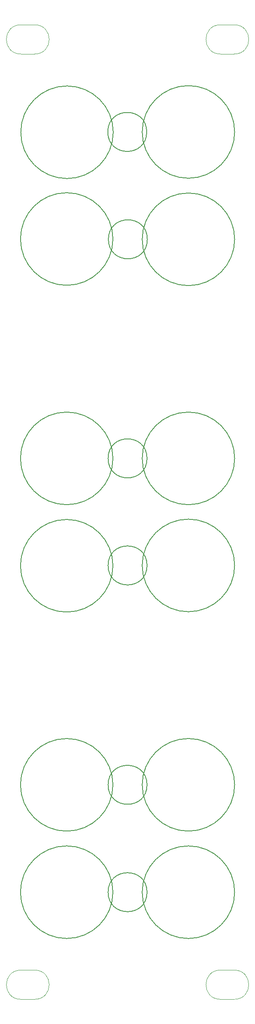
<source format=gbr>
%TF.GenerationSoftware,KiCad,Pcbnew,(5.1.9)-1*%
%TF.CreationDate,2021-09-13T20:57:42+01:00*%
%TF.ProjectId,KOSMO Mult faceplate,4b4f534d-4f20-44d7-956c-742066616365,rev?*%
%TF.SameCoordinates,Original*%
%TF.FileFunction,Other,Comment*%
%FSLAX46Y46*%
G04 Gerber Fmt 4.6, Leading zero omitted, Abs format (unit mm)*
G04 Created by KiCad (PCBNEW (5.1.9)-1) date 2021-09-13 20:57:42*
%MOMM*%
%LPD*%
G01*
G04 APERTURE LIST*
%ADD10C,0.150000*%
%ADD11C,0.120000*%
G04 APERTURE END LIST*
D10*
%TO.C,H26*%
X44195500Y-170815000D02*
G75*
G03*
X44195500Y-170815000I-4000000J0D01*
G01*
D11*
%TO.C,H5*%
X18288000Y-214836000D02*
G75*
G02*
X18288000Y-208836000I0J3000000D01*
G01*
X21088000Y-208836000D02*
G75*
G02*
X21088000Y-214836000I0J-3000000D01*
G01*
X18288000Y-214836000D02*
X21088000Y-214836000D01*
X18288000Y-208836000D02*
X21088000Y-208836000D01*
%TO.C,H10*%
X59309000Y-14843500D02*
X62109000Y-14843500D01*
X59309000Y-20843500D02*
X62109000Y-20843500D01*
X62109000Y-14843500D02*
G75*
G02*
X62109000Y-20843500I0J-3000000D01*
G01*
X59309000Y-20843500D02*
G75*
G02*
X59309000Y-14843500I0J3000000D01*
G01*
%TO.C,H19*%
X18288000Y-20843500D02*
G75*
G02*
X18288000Y-14843500I0J3000000D01*
G01*
X21088000Y-14843500D02*
G75*
G02*
X21088000Y-20843500I0J-3000000D01*
G01*
X18288000Y-20843500D02*
X21088000Y-20843500D01*
X18288000Y-14843500D02*
X21088000Y-14843500D01*
D10*
%TO.C,H20*%
X44259000Y-58864500D02*
G75*
G03*
X44259000Y-58864500I-4000000J0D01*
G01*
%TO.C,H21*%
X44195500Y-103822500D02*
G75*
G03*
X44195500Y-103822500I-4000000J0D01*
G01*
%TO.C,H22*%
X44195500Y-125793500D02*
G75*
G03*
X44195500Y-125793500I-4000000J0D01*
G01*
%TO.C,H25*%
X44132000Y-36830000D02*
G75*
G03*
X44132000Y-36830000I-4000000J0D01*
G01*
D11*
%TO.C,H28*%
X59306000Y-208836000D02*
X62106000Y-208836000D01*
X59306000Y-214836000D02*
X62106000Y-214836000D01*
X62106000Y-208836000D02*
G75*
G02*
X62106000Y-214836000I0J-3000000D01*
G01*
X59306000Y-214836000D02*
G75*
G02*
X59306000Y-208836000I0J3000000D01*
G01*
D10*
%TO.C,H2*%
X37249500Y-36893500D02*
G75*
G03*
X37249500Y-36893500I-9500000J0D01*
G01*
%TO.C,H3*%
X37186000Y-125857000D02*
G75*
G03*
X37186000Y-125857000I-9500000J0D01*
G01*
%TO.C,H4*%
X62205000Y-36830000D02*
G75*
G03*
X62205000Y-36830000I-9500000J0D01*
G01*
%TO.C,H7*%
X62205000Y-125793500D02*
G75*
G03*
X62205000Y-125793500I-9500000J0D01*
G01*
%TO.C,H8*%
X62205000Y-192849500D02*
G75*
G03*
X62205000Y-192849500I-9500000J0D01*
G01*
%TO.C,H9*%
X37186000Y-58801000D02*
G75*
G03*
X37186000Y-58801000I-9500000J0D01*
G01*
%TO.C,H12*%
X37186000Y-170815000D02*
G75*
G03*
X37186000Y-170815000I-9500000J0D01*
G01*
%TO.C,H13*%
X37186000Y-192849500D02*
G75*
G03*
X37186000Y-192849500I-9500000J0D01*
G01*
%TO.C,H14*%
X62205000Y-58864500D02*
G75*
G03*
X62205000Y-58864500I-9500000J0D01*
G01*
%TO.C,H16*%
X62205000Y-170815000D02*
G75*
G03*
X62205000Y-170815000I-9500000J0D01*
G01*
%TO.C,H17*%
X62205000Y-103822500D02*
G75*
G03*
X62205000Y-103822500I-9500000J0D01*
G01*
%TO.C,H18*%
X37186000Y-103822500D02*
G75*
G03*
X37186000Y-103822500I-9500000J0D01*
G01*
%TO.C,H23*%
X44195500Y-192849500D02*
G75*
G03*
X44195500Y-192849500I-4000000J0D01*
G01*
%TD*%
M02*

</source>
